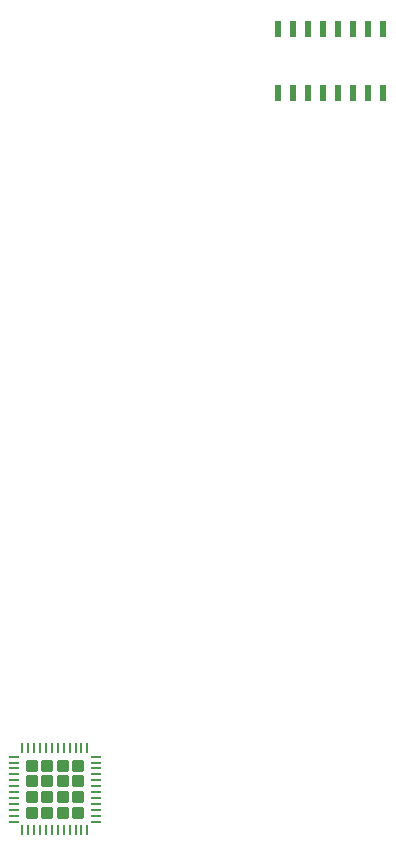
<source format=gbr>
%TF.GenerationSoftware,KiCad,Pcbnew,(7.0.0)*%
%TF.CreationDate,2023-03-21T21:59:12-07:00*%
%TF.ProjectId,backplane-concept,6261636b-706c-4616-9e65-2d636f6e6365,rev?*%
%TF.SameCoordinates,Original*%
%TF.FileFunction,Paste,Top*%
%TF.FilePolarity,Positive*%
%FSLAX46Y46*%
G04 Gerber Fmt 4.6, Leading zero omitted, Abs format (unit mm)*
G04 Created by KiCad (PCBNEW (7.0.0)) date 2023-03-21 21:59:12*
%MOMM*%
%LPD*%
G01*
G04 APERTURE LIST*
G04 Aperture macros list*
%AMRoundRect*
0 Rectangle with rounded corners*
0 $1 Rounding radius*
0 $2 $3 $4 $5 $6 $7 $8 $9 X,Y pos of 4 corners*
0 Add a 4 corners polygon primitive as box body*
4,1,4,$2,$3,$4,$5,$6,$7,$8,$9,$2,$3,0*
0 Add four circle primitives for the rounded corners*
1,1,$1+$1,$2,$3*
1,1,$1+$1,$4,$5*
1,1,$1+$1,$6,$7*
1,1,$1+$1,$8,$9*
0 Add four rect primitives between the rounded corners*
20,1,$1+$1,$2,$3,$4,$5,0*
20,1,$1+$1,$4,$5,$6,$7,0*
20,1,$1+$1,$6,$7,$8,$9,0*
20,1,$1+$1,$8,$9,$2,$3,0*%
G04 Aperture macros list end*
%ADD10RoundRect,0.250000X-0.285000X-0.285000X0.285000X-0.285000X0.285000X0.285000X-0.285000X0.285000X0*%
%ADD11RoundRect,0.062500X-0.337500X-0.062500X0.337500X-0.062500X0.337500X0.062500X-0.337500X0.062500X0*%
%ADD12RoundRect,0.062500X-0.062500X-0.337500X0.062500X-0.337500X0.062500X0.337500X-0.062500X0.337500X0*%
%ADD13R,0.558800X1.460500*%
G04 APERTURE END LIST*
D10*
%TO.C,U5*%
X96680000Y-159680000D03*
X96680000Y-161000000D03*
X96680000Y-162320000D03*
X96680000Y-163640000D03*
X98000000Y-159680000D03*
X98000000Y-161000000D03*
X98000000Y-162320000D03*
X98000000Y-163640000D03*
X99320000Y-159680000D03*
X99320000Y-161000000D03*
X99320000Y-162320000D03*
X99320000Y-163640000D03*
X100640000Y-159680000D03*
X100640000Y-161000000D03*
X100640000Y-162320000D03*
X100640000Y-163640000D03*
D11*
X95210000Y-158910000D03*
X95210000Y-159410000D03*
X95210000Y-159910000D03*
X95210000Y-160410000D03*
X95210000Y-160910000D03*
X95210000Y-161410000D03*
X95210000Y-161910000D03*
X95210000Y-162410000D03*
X95210000Y-162910000D03*
X95210000Y-163410000D03*
X95210000Y-163910000D03*
X95210000Y-164410000D03*
D12*
X95910000Y-165110000D03*
X96410000Y-165110000D03*
X96910000Y-165110000D03*
X97410000Y-165110000D03*
X97910000Y-165110000D03*
X98410000Y-165110000D03*
X98910000Y-165110000D03*
X99410000Y-165110000D03*
X99910000Y-165110000D03*
X100410000Y-165110000D03*
X100910000Y-165110000D03*
X101410000Y-165110000D03*
D11*
X102110000Y-164410000D03*
X102110000Y-163910000D03*
X102110000Y-163410000D03*
X102110000Y-162910000D03*
X102110000Y-162410000D03*
X102110000Y-161910000D03*
X102110000Y-161410000D03*
X102110000Y-160910000D03*
X102110000Y-160410000D03*
X102110000Y-159910000D03*
X102110000Y-159410000D03*
X102110000Y-158910000D03*
D12*
X101410000Y-158210000D03*
X100910000Y-158210000D03*
X100410000Y-158210000D03*
X99910000Y-158210000D03*
X99410000Y-158210000D03*
X98910000Y-158210000D03*
X98410000Y-158210000D03*
X97910000Y-158210000D03*
X97410000Y-158210000D03*
X96910000Y-158210000D03*
X96410000Y-158210000D03*
X95910000Y-158210000D03*
%TD*%
D13*
%TO.C,U3*%
X117554999Y-102724149D03*
X118824999Y-102724149D03*
X120094999Y-102724149D03*
X121364999Y-102724149D03*
X122634999Y-102724149D03*
X123904999Y-102724149D03*
X125174999Y-102724149D03*
X126444999Y-102724149D03*
X126444999Y-97275849D03*
X125174999Y-97275849D03*
X123904999Y-97275849D03*
X122634999Y-97275849D03*
X121364999Y-97275849D03*
X120094999Y-97275849D03*
X118824999Y-97275849D03*
X117554999Y-97275849D03*
%TD*%
M02*

</source>
